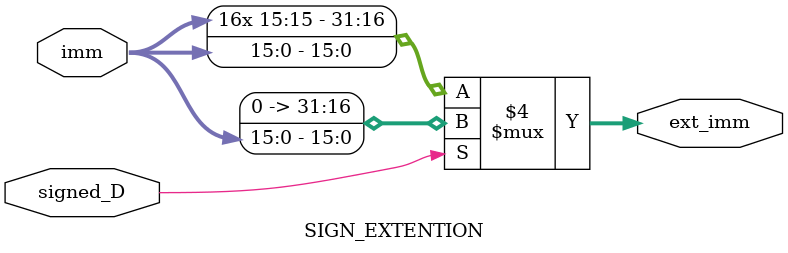
<source format=v>
module SIGN_EXTENTION (
    input wire [15:0] imm,  // 16-bit immediate value
	 input wire signed_D,
    output reg [31:0] ext_imm  // 32-bit sign-extended immediate value
);

   always @* begin
      if (~signed_D) // If the sign bit is 0, it's positive
          ext_imm = {{16{imm[15]}}, imm}; // Extend with 16 zeros
      else // If the sign bit is 1, it's negative
          ext_imm = {16'b0, imm}; // Extend with 16 ones
   end
endmodule

</source>
